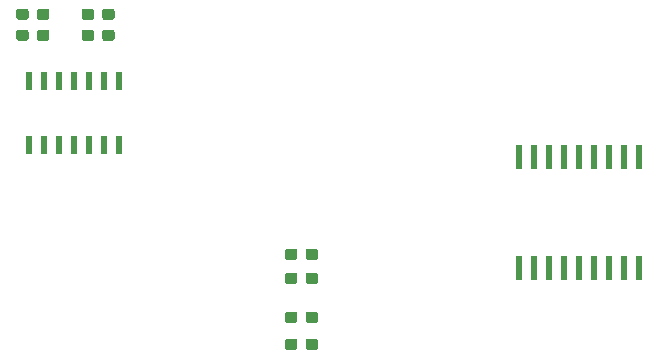
<source format=gbp>
G04 #@! TF.GenerationSoftware,KiCad,Pcbnew,(5.0.1)-3*
G04 #@! TF.CreationDate,2018-10-30T11:50:23-04:00*
G04 #@! TF.ProjectId,ufcs,756663732E6B696361645F7063620000,rev?*
G04 #@! TF.SameCoordinates,Original*
G04 #@! TF.FileFunction,Paste,Bot*
G04 #@! TF.FilePolarity,Positive*
%FSLAX46Y46*%
G04 Gerber Fmt 4.6, Leading zero omitted, Abs format (unit mm)*
G04 Created by KiCad (PCBNEW (5.0.1)-3) date 30-Oct-18 11:50:23*
%MOMM*%
%LPD*%
G01*
G04 APERTURE LIST*
%ADD10C,0.100000*%
%ADD11C,0.950000*%
%ADD12R,0.600000X1.500000*%
%ADD13R,0.600000X2.000000*%
G04 APERTURE END LIST*
D10*
G04 #@! TO.C,R3*
G36*
X109008779Y-103602644D02*
X109031834Y-103606063D01*
X109054443Y-103611727D01*
X109076387Y-103619579D01*
X109097457Y-103629544D01*
X109117448Y-103641526D01*
X109136168Y-103655410D01*
X109153438Y-103671062D01*
X109169090Y-103688332D01*
X109182974Y-103707052D01*
X109194956Y-103727043D01*
X109204921Y-103748113D01*
X109212773Y-103770057D01*
X109218437Y-103792666D01*
X109221856Y-103815721D01*
X109223000Y-103839000D01*
X109223000Y-104314000D01*
X109221856Y-104337279D01*
X109218437Y-104360334D01*
X109212773Y-104382943D01*
X109204921Y-104404887D01*
X109194956Y-104425957D01*
X109182974Y-104445948D01*
X109169090Y-104464668D01*
X109153438Y-104481938D01*
X109136168Y-104497590D01*
X109117448Y-104511474D01*
X109097457Y-104523456D01*
X109076387Y-104533421D01*
X109054443Y-104541273D01*
X109031834Y-104546937D01*
X109008779Y-104550356D01*
X108985500Y-104551500D01*
X108410500Y-104551500D01*
X108387221Y-104550356D01*
X108364166Y-104546937D01*
X108341557Y-104541273D01*
X108319613Y-104533421D01*
X108298543Y-104523456D01*
X108278552Y-104511474D01*
X108259832Y-104497590D01*
X108242562Y-104481938D01*
X108226910Y-104464668D01*
X108213026Y-104445948D01*
X108201044Y-104425957D01*
X108191079Y-104404887D01*
X108183227Y-104382943D01*
X108177563Y-104360334D01*
X108174144Y-104337279D01*
X108173000Y-104314000D01*
X108173000Y-103839000D01*
X108174144Y-103815721D01*
X108177563Y-103792666D01*
X108183227Y-103770057D01*
X108191079Y-103748113D01*
X108201044Y-103727043D01*
X108213026Y-103707052D01*
X108226910Y-103688332D01*
X108242562Y-103671062D01*
X108259832Y-103655410D01*
X108278552Y-103641526D01*
X108298543Y-103629544D01*
X108319613Y-103619579D01*
X108341557Y-103611727D01*
X108364166Y-103606063D01*
X108387221Y-103602644D01*
X108410500Y-103601500D01*
X108985500Y-103601500D01*
X109008779Y-103602644D01*
X109008779Y-103602644D01*
G37*
D11*
X108698000Y-104076500D03*
D10*
G36*
X107258779Y-103602644D02*
X107281834Y-103606063D01*
X107304443Y-103611727D01*
X107326387Y-103619579D01*
X107347457Y-103629544D01*
X107367448Y-103641526D01*
X107386168Y-103655410D01*
X107403438Y-103671062D01*
X107419090Y-103688332D01*
X107432974Y-103707052D01*
X107444956Y-103727043D01*
X107454921Y-103748113D01*
X107462773Y-103770057D01*
X107468437Y-103792666D01*
X107471856Y-103815721D01*
X107473000Y-103839000D01*
X107473000Y-104314000D01*
X107471856Y-104337279D01*
X107468437Y-104360334D01*
X107462773Y-104382943D01*
X107454921Y-104404887D01*
X107444956Y-104425957D01*
X107432974Y-104445948D01*
X107419090Y-104464668D01*
X107403438Y-104481938D01*
X107386168Y-104497590D01*
X107367448Y-104511474D01*
X107347457Y-104523456D01*
X107326387Y-104533421D01*
X107304443Y-104541273D01*
X107281834Y-104546937D01*
X107258779Y-104550356D01*
X107235500Y-104551500D01*
X106660500Y-104551500D01*
X106637221Y-104550356D01*
X106614166Y-104546937D01*
X106591557Y-104541273D01*
X106569613Y-104533421D01*
X106548543Y-104523456D01*
X106528552Y-104511474D01*
X106509832Y-104497590D01*
X106492562Y-104481938D01*
X106476910Y-104464668D01*
X106463026Y-104445948D01*
X106451044Y-104425957D01*
X106441079Y-104404887D01*
X106433227Y-104382943D01*
X106427563Y-104360334D01*
X106424144Y-104337279D01*
X106423000Y-104314000D01*
X106423000Y-103839000D01*
X106424144Y-103815721D01*
X106427563Y-103792666D01*
X106433227Y-103770057D01*
X106441079Y-103748113D01*
X106451044Y-103727043D01*
X106463026Y-103707052D01*
X106476910Y-103688332D01*
X106492562Y-103671062D01*
X106509832Y-103655410D01*
X106528552Y-103641526D01*
X106548543Y-103629544D01*
X106569613Y-103619579D01*
X106591557Y-103611727D01*
X106614166Y-103606063D01*
X106637221Y-103602644D01*
X106660500Y-103601500D01*
X107235500Y-103601500D01*
X107258779Y-103602644D01*
X107258779Y-103602644D01*
G37*
D11*
X106948000Y-104076500D03*
G04 #@! TD*
D10*
G04 #@! TO.C,R4*
G36*
X112783279Y-103602644D02*
X112806334Y-103606063D01*
X112828943Y-103611727D01*
X112850887Y-103619579D01*
X112871957Y-103629544D01*
X112891948Y-103641526D01*
X112910668Y-103655410D01*
X112927938Y-103671062D01*
X112943590Y-103688332D01*
X112957474Y-103707052D01*
X112969456Y-103727043D01*
X112979421Y-103748113D01*
X112987273Y-103770057D01*
X112992937Y-103792666D01*
X112996356Y-103815721D01*
X112997500Y-103839000D01*
X112997500Y-104314000D01*
X112996356Y-104337279D01*
X112992937Y-104360334D01*
X112987273Y-104382943D01*
X112979421Y-104404887D01*
X112969456Y-104425957D01*
X112957474Y-104445948D01*
X112943590Y-104464668D01*
X112927938Y-104481938D01*
X112910668Y-104497590D01*
X112891948Y-104511474D01*
X112871957Y-104523456D01*
X112850887Y-104533421D01*
X112828943Y-104541273D01*
X112806334Y-104546937D01*
X112783279Y-104550356D01*
X112760000Y-104551500D01*
X112185000Y-104551500D01*
X112161721Y-104550356D01*
X112138666Y-104546937D01*
X112116057Y-104541273D01*
X112094113Y-104533421D01*
X112073043Y-104523456D01*
X112053052Y-104511474D01*
X112034332Y-104497590D01*
X112017062Y-104481938D01*
X112001410Y-104464668D01*
X111987526Y-104445948D01*
X111975544Y-104425957D01*
X111965579Y-104404887D01*
X111957727Y-104382943D01*
X111952063Y-104360334D01*
X111948644Y-104337279D01*
X111947500Y-104314000D01*
X111947500Y-103839000D01*
X111948644Y-103815721D01*
X111952063Y-103792666D01*
X111957727Y-103770057D01*
X111965579Y-103748113D01*
X111975544Y-103727043D01*
X111987526Y-103707052D01*
X112001410Y-103688332D01*
X112017062Y-103671062D01*
X112034332Y-103655410D01*
X112053052Y-103641526D01*
X112073043Y-103629544D01*
X112094113Y-103619579D01*
X112116057Y-103611727D01*
X112138666Y-103606063D01*
X112161721Y-103602644D01*
X112185000Y-103601500D01*
X112760000Y-103601500D01*
X112783279Y-103602644D01*
X112783279Y-103602644D01*
G37*
D11*
X112472500Y-104076500D03*
D10*
G36*
X114533279Y-103602644D02*
X114556334Y-103606063D01*
X114578943Y-103611727D01*
X114600887Y-103619579D01*
X114621957Y-103629544D01*
X114641948Y-103641526D01*
X114660668Y-103655410D01*
X114677938Y-103671062D01*
X114693590Y-103688332D01*
X114707474Y-103707052D01*
X114719456Y-103727043D01*
X114729421Y-103748113D01*
X114737273Y-103770057D01*
X114742937Y-103792666D01*
X114746356Y-103815721D01*
X114747500Y-103839000D01*
X114747500Y-104314000D01*
X114746356Y-104337279D01*
X114742937Y-104360334D01*
X114737273Y-104382943D01*
X114729421Y-104404887D01*
X114719456Y-104425957D01*
X114707474Y-104445948D01*
X114693590Y-104464668D01*
X114677938Y-104481938D01*
X114660668Y-104497590D01*
X114641948Y-104511474D01*
X114621957Y-104523456D01*
X114600887Y-104533421D01*
X114578943Y-104541273D01*
X114556334Y-104546937D01*
X114533279Y-104550356D01*
X114510000Y-104551500D01*
X113935000Y-104551500D01*
X113911721Y-104550356D01*
X113888666Y-104546937D01*
X113866057Y-104541273D01*
X113844113Y-104533421D01*
X113823043Y-104523456D01*
X113803052Y-104511474D01*
X113784332Y-104497590D01*
X113767062Y-104481938D01*
X113751410Y-104464668D01*
X113737526Y-104445948D01*
X113725544Y-104425957D01*
X113715579Y-104404887D01*
X113707727Y-104382943D01*
X113702063Y-104360334D01*
X113698644Y-104337279D01*
X113697500Y-104314000D01*
X113697500Y-103839000D01*
X113698644Y-103815721D01*
X113702063Y-103792666D01*
X113707727Y-103770057D01*
X113715579Y-103748113D01*
X113725544Y-103727043D01*
X113737526Y-103707052D01*
X113751410Y-103688332D01*
X113767062Y-103671062D01*
X113784332Y-103655410D01*
X113803052Y-103641526D01*
X113823043Y-103629544D01*
X113844113Y-103619579D01*
X113866057Y-103611727D01*
X113888666Y-103606063D01*
X113911721Y-103602644D01*
X113935000Y-103601500D01*
X114510000Y-103601500D01*
X114533279Y-103602644D01*
X114533279Y-103602644D01*
G37*
D11*
X114222500Y-104076500D03*
G04 #@! TD*
D10*
G04 #@! TO.C,R5*
G36*
X109008779Y-105380644D02*
X109031834Y-105384063D01*
X109054443Y-105389727D01*
X109076387Y-105397579D01*
X109097457Y-105407544D01*
X109117448Y-105419526D01*
X109136168Y-105433410D01*
X109153438Y-105449062D01*
X109169090Y-105466332D01*
X109182974Y-105485052D01*
X109194956Y-105505043D01*
X109204921Y-105526113D01*
X109212773Y-105548057D01*
X109218437Y-105570666D01*
X109221856Y-105593721D01*
X109223000Y-105617000D01*
X109223000Y-106092000D01*
X109221856Y-106115279D01*
X109218437Y-106138334D01*
X109212773Y-106160943D01*
X109204921Y-106182887D01*
X109194956Y-106203957D01*
X109182974Y-106223948D01*
X109169090Y-106242668D01*
X109153438Y-106259938D01*
X109136168Y-106275590D01*
X109117448Y-106289474D01*
X109097457Y-106301456D01*
X109076387Y-106311421D01*
X109054443Y-106319273D01*
X109031834Y-106324937D01*
X109008779Y-106328356D01*
X108985500Y-106329500D01*
X108410500Y-106329500D01*
X108387221Y-106328356D01*
X108364166Y-106324937D01*
X108341557Y-106319273D01*
X108319613Y-106311421D01*
X108298543Y-106301456D01*
X108278552Y-106289474D01*
X108259832Y-106275590D01*
X108242562Y-106259938D01*
X108226910Y-106242668D01*
X108213026Y-106223948D01*
X108201044Y-106203957D01*
X108191079Y-106182887D01*
X108183227Y-106160943D01*
X108177563Y-106138334D01*
X108174144Y-106115279D01*
X108173000Y-106092000D01*
X108173000Y-105617000D01*
X108174144Y-105593721D01*
X108177563Y-105570666D01*
X108183227Y-105548057D01*
X108191079Y-105526113D01*
X108201044Y-105505043D01*
X108213026Y-105485052D01*
X108226910Y-105466332D01*
X108242562Y-105449062D01*
X108259832Y-105433410D01*
X108278552Y-105419526D01*
X108298543Y-105407544D01*
X108319613Y-105397579D01*
X108341557Y-105389727D01*
X108364166Y-105384063D01*
X108387221Y-105380644D01*
X108410500Y-105379500D01*
X108985500Y-105379500D01*
X109008779Y-105380644D01*
X109008779Y-105380644D01*
G37*
D11*
X108698000Y-105854500D03*
D10*
G36*
X107258779Y-105380644D02*
X107281834Y-105384063D01*
X107304443Y-105389727D01*
X107326387Y-105397579D01*
X107347457Y-105407544D01*
X107367448Y-105419526D01*
X107386168Y-105433410D01*
X107403438Y-105449062D01*
X107419090Y-105466332D01*
X107432974Y-105485052D01*
X107444956Y-105505043D01*
X107454921Y-105526113D01*
X107462773Y-105548057D01*
X107468437Y-105570666D01*
X107471856Y-105593721D01*
X107473000Y-105617000D01*
X107473000Y-106092000D01*
X107471856Y-106115279D01*
X107468437Y-106138334D01*
X107462773Y-106160943D01*
X107454921Y-106182887D01*
X107444956Y-106203957D01*
X107432974Y-106223948D01*
X107419090Y-106242668D01*
X107403438Y-106259938D01*
X107386168Y-106275590D01*
X107367448Y-106289474D01*
X107347457Y-106301456D01*
X107326387Y-106311421D01*
X107304443Y-106319273D01*
X107281834Y-106324937D01*
X107258779Y-106328356D01*
X107235500Y-106329500D01*
X106660500Y-106329500D01*
X106637221Y-106328356D01*
X106614166Y-106324937D01*
X106591557Y-106319273D01*
X106569613Y-106311421D01*
X106548543Y-106301456D01*
X106528552Y-106289474D01*
X106509832Y-106275590D01*
X106492562Y-106259938D01*
X106476910Y-106242668D01*
X106463026Y-106223948D01*
X106451044Y-106203957D01*
X106441079Y-106182887D01*
X106433227Y-106160943D01*
X106427563Y-106138334D01*
X106424144Y-106115279D01*
X106423000Y-106092000D01*
X106423000Y-105617000D01*
X106424144Y-105593721D01*
X106427563Y-105570666D01*
X106433227Y-105548057D01*
X106441079Y-105526113D01*
X106451044Y-105505043D01*
X106463026Y-105485052D01*
X106476910Y-105466332D01*
X106492562Y-105449062D01*
X106509832Y-105433410D01*
X106528552Y-105419526D01*
X106548543Y-105407544D01*
X106569613Y-105397579D01*
X106591557Y-105389727D01*
X106614166Y-105384063D01*
X106637221Y-105380644D01*
X106660500Y-105379500D01*
X107235500Y-105379500D01*
X107258779Y-105380644D01*
X107258779Y-105380644D01*
G37*
D11*
X106948000Y-105854500D03*
G04 #@! TD*
D10*
G04 #@! TO.C,R6*
G36*
X114533279Y-105380644D02*
X114556334Y-105384063D01*
X114578943Y-105389727D01*
X114600887Y-105397579D01*
X114621957Y-105407544D01*
X114641948Y-105419526D01*
X114660668Y-105433410D01*
X114677938Y-105449062D01*
X114693590Y-105466332D01*
X114707474Y-105485052D01*
X114719456Y-105505043D01*
X114729421Y-105526113D01*
X114737273Y-105548057D01*
X114742937Y-105570666D01*
X114746356Y-105593721D01*
X114747500Y-105617000D01*
X114747500Y-106092000D01*
X114746356Y-106115279D01*
X114742937Y-106138334D01*
X114737273Y-106160943D01*
X114729421Y-106182887D01*
X114719456Y-106203957D01*
X114707474Y-106223948D01*
X114693590Y-106242668D01*
X114677938Y-106259938D01*
X114660668Y-106275590D01*
X114641948Y-106289474D01*
X114621957Y-106301456D01*
X114600887Y-106311421D01*
X114578943Y-106319273D01*
X114556334Y-106324937D01*
X114533279Y-106328356D01*
X114510000Y-106329500D01*
X113935000Y-106329500D01*
X113911721Y-106328356D01*
X113888666Y-106324937D01*
X113866057Y-106319273D01*
X113844113Y-106311421D01*
X113823043Y-106301456D01*
X113803052Y-106289474D01*
X113784332Y-106275590D01*
X113767062Y-106259938D01*
X113751410Y-106242668D01*
X113737526Y-106223948D01*
X113725544Y-106203957D01*
X113715579Y-106182887D01*
X113707727Y-106160943D01*
X113702063Y-106138334D01*
X113698644Y-106115279D01*
X113697500Y-106092000D01*
X113697500Y-105617000D01*
X113698644Y-105593721D01*
X113702063Y-105570666D01*
X113707727Y-105548057D01*
X113715579Y-105526113D01*
X113725544Y-105505043D01*
X113737526Y-105485052D01*
X113751410Y-105466332D01*
X113767062Y-105449062D01*
X113784332Y-105433410D01*
X113803052Y-105419526D01*
X113823043Y-105407544D01*
X113844113Y-105397579D01*
X113866057Y-105389727D01*
X113888666Y-105384063D01*
X113911721Y-105380644D01*
X113935000Y-105379500D01*
X114510000Y-105379500D01*
X114533279Y-105380644D01*
X114533279Y-105380644D01*
G37*
D11*
X114222500Y-105854500D03*
D10*
G36*
X112783279Y-105380644D02*
X112806334Y-105384063D01*
X112828943Y-105389727D01*
X112850887Y-105397579D01*
X112871957Y-105407544D01*
X112891948Y-105419526D01*
X112910668Y-105433410D01*
X112927938Y-105449062D01*
X112943590Y-105466332D01*
X112957474Y-105485052D01*
X112969456Y-105505043D01*
X112979421Y-105526113D01*
X112987273Y-105548057D01*
X112992937Y-105570666D01*
X112996356Y-105593721D01*
X112997500Y-105617000D01*
X112997500Y-106092000D01*
X112996356Y-106115279D01*
X112992937Y-106138334D01*
X112987273Y-106160943D01*
X112979421Y-106182887D01*
X112969456Y-106203957D01*
X112957474Y-106223948D01*
X112943590Y-106242668D01*
X112927938Y-106259938D01*
X112910668Y-106275590D01*
X112891948Y-106289474D01*
X112871957Y-106301456D01*
X112850887Y-106311421D01*
X112828943Y-106319273D01*
X112806334Y-106324937D01*
X112783279Y-106328356D01*
X112760000Y-106329500D01*
X112185000Y-106329500D01*
X112161721Y-106328356D01*
X112138666Y-106324937D01*
X112116057Y-106319273D01*
X112094113Y-106311421D01*
X112073043Y-106301456D01*
X112053052Y-106289474D01*
X112034332Y-106275590D01*
X112017062Y-106259938D01*
X112001410Y-106242668D01*
X111987526Y-106223948D01*
X111975544Y-106203957D01*
X111965579Y-106182887D01*
X111957727Y-106160943D01*
X111952063Y-106138334D01*
X111948644Y-106115279D01*
X111947500Y-106092000D01*
X111947500Y-105617000D01*
X111948644Y-105593721D01*
X111952063Y-105570666D01*
X111957727Y-105548057D01*
X111965579Y-105526113D01*
X111975544Y-105505043D01*
X111987526Y-105485052D01*
X112001410Y-105466332D01*
X112017062Y-105449062D01*
X112034332Y-105433410D01*
X112053052Y-105419526D01*
X112073043Y-105407544D01*
X112094113Y-105397579D01*
X112116057Y-105389727D01*
X112138666Y-105384063D01*
X112161721Y-105380644D01*
X112185000Y-105379500D01*
X112760000Y-105379500D01*
X112783279Y-105380644D01*
X112783279Y-105380644D01*
G37*
D11*
X112472500Y-105854500D03*
G04 #@! TD*
D10*
G04 #@! TO.C,R7*
G36*
X131755779Y-129256644D02*
X131778834Y-129260063D01*
X131801443Y-129265727D01*
X131823387Y-129273579D01*
X131844457Y-129283544D01*
X131864448Y-129295526D01*
X131883168Y-129309410D01*
X131900438Y-129325062D01*
X131916090Y-129342332D01*
X131929974Y-129361052D01*
X131941956Y-129381043D01*
X131951921Y-129402113D01*
X131959773Y-129424057D01*
X131965437Y-129446666D01*
X131968856Y-129469721D01*
X131970000Y-129493000D01*
X131970000Y-129968000D01*
X131968856Y-129991279D01*
X131965437Y-130014334D01*
X131959773Y-130036943D01*
X131951921Y-130058887D01*
X131941956Y-130079957D01*
X131929974Y-130099948D01*
X131916090Y-130118668D01*
X131900438Y-130135938D01*
X131883168Y-130151590D01*
X131864448Y-130165474D01*
X131844457Y-130177456D01*
X131823387Y-130187421D01*
X131801443Y-130195273D01*
X131778834Y-130200937D01*
X131755779Y-130204356D01*
X131732500Y-130205500D01*
X131157500Y-130205500D01*
X131134221Y-130204356D01*
X131111166Y-130200937D01*
X131088557Y-130195273D01*
X131066613Y-130187421D01*
X131045543Y-130177456D01*
X131025552Y-130165474D01*
X131006832Y-130151590D01*
X130989562Y-130135938D01*
X130973910Y-130118668D01*
X130960026Y-130099948D01*
X130948044Y-130079957D01*
X130938079Y-130058887D01*
X130930227Y-130036943D01*
X130924563Y-130014334D01*
X130921144Y-129991279D01*
X130920000Y-129968000D01*
X130920000Y-129493000D01*
X130921144Y-129469721D01*
X130924563Y-129446666D01*
X130930227Y-129424057D01*
X130938079Y-129402113D01*
X130948044Y-129381043D01*
X130960026Y-129361052D01*
X130973910Y-129342332D01*
X130989562Y-129325062D01*
X131006832Y-129309410D01*
X131025552Y-129295526D01*
X131045543Y-129283544D01*
X131066613Y-129273579D01*
X131088557Y-129265727D01*
X131111166Y-129260063D01*
X131134221Y-129256644D01*
X131157500Y-129255500D01*
X131732500Y-129255500D01*
X131755779Y-129256644D01*
X131755779Y-129256644D01*
G37*
D11*
X131445000Y-129730500D03*
D10*
G36*
X130005779Y-129256644D02*
X130028834Y-129260063D01*
X130051443Y-129265727D01*
X130073387Y-129273579D01*
X130094457Y-129283544D01*
X130114448Y-129295526D01*
X130133168Y-129309410D01*
X130150438Y-129325062D01*
X130166090Y-129342332D01*
X130179974Y-129361052D01*
X130191956Y-129381043D01*
X130201921Y-129402113D01*
X130209773Y-129424057D01*
X130215437Y-129446666D01*
X130218856Y-129469721D01*
X130220000Y-129493000D01*
X130220000Y-129968000D01*
X130218856Y-129991279D01*
X130215437Y-130014334D01*
X130209773Y-130036943D01*
X130201921Y-130058887D01*
X130191956Y-130079957D01*
X130179974Y-130099948D01*
X130166090Y-130118668D01*
X130150438Y-130135938D01*
X130133168Y-130151590D01*
X130114448Y-130165474D01*
X130094457Y-130177456D01*
X130073387Y-130187421D01*
X130051443Y-130195273D01*
X130028834Y-130200937D01*
X130005779Y-130204356D01*
X129982500Y-130205500D01*
X129407500Y-130205500D01*
X129384221Y-130204356D01*
X129361166Y-130200937D01*
X129338557Y-130195273D01*
X129316613Y-130187421D01*
X129295543Y-130177456D01*
X129275552Y-130165474D01*
X129256832Y-130151590D01*
X129239562Y-130135938D01*
X129223910Y-130118668D01*
X129210026Y-130099948D01*
X129198044Y-130079957D01*
X129188079Y-130058887D01*
X129180227Y-130036943D01*
X129174563Y-130014334D01*
X129171144Y-129991279D01*
X129170000Y-129968000D01*
X129170000Y-129493000D01*
X129171144Y-129469721D01*
X129174563Y-129446666D01*
X129180227Y-129424057D01*
X129188079Y-129402113D01*
X129198044Y-129381043D01*
X129210026Y-129361052D01*
X129223910Y-129342332D01*
X129239562Y-129325062D01*
X129256832Y-129309410D01*
X129275552Y-129295526D01*
X129295543Y-129283544D01*
X129316613Y-129273579D01*
X129338557Y-129265727D01*
X129361166Y-129260063D01*
X129384221Y-129256644D01*
X129407500Y-129255500D01*
X129982500Y-129255500D01*
X130005779Y-129256644D01*
X130005779Y-129256644D01*
G37*
D11*
X129695000Y-129730500D03*
G04 #@! TD*
D10*
G04 #@! TO.C,R8*
G36*
X131755779Y-131542644D02*
X131778834Y-131546063D01*
X131801443Y-131551727D01*
X131823387Y-131559579D01*
X131844457Y-131569544D01*
X131864448Y-131581526D01*
X131883168Y-131595410D01*
X131900438Y-131611062D01*
X131916090Y-131628332D01*
X131929974Y-131647052D01*
X131941956Y-131667043D01*
X131951921Y-131688113D01*
X131959773Y-131710057D01*
X131965437Y-131732666D01*
X131968856Y-131755721D01*
X131970000Y-131779000D01*
X131970000Y-132254000D01*
X131968856Y-132277279D01*
X131965437Y-132300334D01*
X131959773Y-132322943D01*
X131951921Y-132344887D01*
X131941956Y-132365957D01*
X131929974Y-132385948D01*
X131916090Y-132404668D01*
X131900438Y-132421938D01*
X131883168Y-132437590D01*
X131864448Y-132451474D01*
X131844457Y-132463456D01*
X131823387Y-132473421D01*
X131801443Y-132481273D01*
X131778834Y-132486937D01*
X131755779Y-132490356D01*
X131732500Y-132491500D01*
X131157500Y-132491500D01*
X131134221Y-132490356D01*
X131111166Y-132486937D01*
X131088557Y-132481273D01*
X131066613Y-132473421D01*
X131045543Y-132463456D01*
X131025552Y-132451474D01*
X131006832Y-132437590D01*
X130989562Y-132421938D01*
X130973910Y-132404668D01*
X130960026Y-132385948D01*
X130948044Y-132365957D01*
X130938079Y-132344887D01*
X130930227Y-132322943D01*
X130924563Y-132300334D01*
X130921144Y-132277279D01*
X130920000Y-132254000D01*
X130920000Y-131779000D01*
X130921144Y-131755721D01*
X130924563Y-131732666D01*
X130930227Y-131710057D01*
X130938079Y-131688113D01*
X130948044Y-131667043D01*
X130960026Y-131647052D01*
X130973910Y-131628332D01*
X130989562Y-131611062D01*
X131006832Y-131595410D01*
X131025552Y-131581526D01*
X131045543Y-131569544D01*
X131066613Y-131559579D01*
X131088557Y-131551727D01*
X131111166Y-131546063D01*
X131134221Y-131542644D01*
X131157500Y-131541500D01*
X131732500Y-131541500D01*
X131755779Y-131542644D01*
X131755779Y-131542644D01*
G37*
D11*
X131445000Y-132016500D03*
D10*
G36*
X130005779Y-131542644D02*
X130028834Y-131546063D01*
X130051443Y-131551727D01*
X130073387Y-131559579D01*
X130094457Y-131569544D01*
X130114448Y-131581526D01*
X130133168Y-131595410D01*
X130150438Y-131611062D01*
X130166090Y-131628332D01*
X130179974Y-131647052D01*
X130191956Y-131667043D01*
X130201921Y-131688113D01*
X130209773Y-131710057D01*
X130215437Y-131732666D01*
X130218856Y-131755721D01*
X130220000Y-131779000D01*
X130220000Y-132254000D01*
X130218856Y-132277279D01*
X130215437Y-132300334D01*
X130209773Y-132322943D01*
X130201921Y-132344887D01*
X130191956Y-132365957D01*
X130179974Y-132385948D01*
X130166090Y-132404668D01*
X130150438Y-132421938D01*
X130133168Y-132437590D01*
X130114448Y-132451474D01*
X130094457Y-132463456D01*
X130073387Y-132473421D01*
X130051443Y-132481273D01*
X130028834Y-132486937D01*
X130005779Y-132490356D01*
X129982500Y-132491500D01*
X129407500Y-132491500D01*
X129384221Y-132490356D01*
X129361166Y-132486937D01*
X129338557Y-132481273D01*
X129316613Y-132473421D01*
X129295543Y-132463456D01*
X129275552Y-132451474D01*
X129256832Y-132437590D01*
X129239562Y-132421938D01*
X129223910Y-132404668D01*
X129210026Y-132385948D01*
X129198044Y-132365957D01*
X129188079Y-132344887D01*
X129180227Y-132322943D01*
X129174563Y-132300334D01*
X129171144Y-132277279D01*
X129170000Y-132254000D01*
X129170000Y-131779000D01*
X129171144Y-131755721D01*
X129174563Y-131732666D01*
X129180227Y-131710057D01*
X129188079Y-131688113D01*
X129198044Y-131667043D01*
X129210026Y-131647052D01*
X129223910Y-131628332D01*
X129239562Y-131611062D01*
X129256832Y-131595410D01*
X129275552Y-131581526D01*
X129295543Y-131569544D01*
X129316613Y-131559579D01*
X129338557Y-131551727D01*
X129361166Y-131546063D01*
X129384221Y-131542644D01*
X129407500Y-131541500D01*
X129982500Y-131541500D01*
X130005779Y-131542644D01*
X130005779Y-131542644D01*
G37*
D11*
X129695000Y-132016500D03*
G04 #@! TD*
D10*
G04 #@! TO.C,R9*
G36*
X130005779Y-123922644D02*
X130028834Y-123926063D01*
X130051443Y-123931727D01*
X130073387Y-123939579D01*
X130094457Y-123949544D01*
X130114448Y-123961526D01*
X130133168Y-123975410D01*
X130150438Y-123991062D01*
X130166090Y-124008332D01*
X130179974Y-124027052D01*
X130191956Y-124047043D01*
X130201921Y-124068113D01*
X130209773Y-124090057D01*
X130215437Y-124112666D01*
X130218856Y-124135721D01*
X130220000Y-124159000D01*
X130220000Y-124634000D01*
X130218856Y-124657279D01*
X130215437Y-124680334D01*
X130209773Y-124702943D01*
X130201921Y-124724887D01*
X130191956Y-124745957D01*
X130179974Y-124765948D01*
X130166090Y-124784668D01*
X130150438Y-124801938D01*
X130133168Y-124817590D01*
X130114448Y-124831474D01*
X130094457Y-124843456D01*
X130073387Y-124853421D01*
X130051443Y-124861273D01*
X130028834Y-124866937D01*
X130005779Y-124870356D01*
X129982500Y-124871500D01*
X129407500Y-124871500D01*
X129384221Y-124870356D01*
X129361166Y-124866937D01*
X129338557Y-124861273D01*
X129316613Y-124853421D01*
X129295543Y-124843456D01*
X129275552Y-124831474D01*
X129256832Y-124817590D01*
X129239562Y-124801938D01*
X129223910Y-124784668D01*
X129210026Y-124765948D01*
X129198044Y-124745957D01*
X129188079Y-124724887D01*
X129180227Y-124702943D01*
X129174563Y-124680334D01*
X129171144Y-124657279D01*
X129170000Y-124634000D01*
X129170000Y-124159000D01*
X129171144Y-124135721D01*
X129174563Y-124112666D01*
X129180227Y-124090057D01*
X129188079Y-124068113D01*
X129198044Y-124047043D01*
X129210026Y-124027052D01*
X129223910Y-124008332D01*
X129239562Y-123991062D01*
X129256832Y-123975410D01*
X129275552Y-123961526D01*
X129295543Y-123949544D01*
X129316613Y-123939579D01*
X129338557Y-123931727D01*
X129361166Y-123926063D01*
X129384221Y-123922644D01*
X129407500Y-123921500D01*
X129982500Y-123921500D01*
X130005779Y-123922644D01*
X130005779Y-123922644D01*
G37*
D11*
X129695000Y-124396500D03*
D10*
G36*
X131755779Y-123922644D02*
X131778834Y-123926063D01*
X131801443Y-123931727D01*
X131823387Y-123939579D01*
X131844457Y-123949544D01*
X131864448Y-123961526D01*
X131883168Y-123975410D01*
X131900438Y-123991062D01*
X131916090Y-124008332D01*
X131929974Y-124027052D01*
X131941956Y-124047043D01*
X131951921Y-124068113D01*
X131959773Y-124090057D01*
X131965437Y-124112666D01*
X131968856Y-124135721D01*
X131970000Y-124159000D01*
X131970000Y-124634000D01*
X131968856Y-124657279D01*
X131965437Y-124680334D01*
X131959773Y-124702943D01*
X131951921Y-124724887D01*
X131941956Y-124745957D01*
X131929974Y-124765948D01*
X131916090Y-124784668D01*
X131900438Y-124801938D01*
X131883168Y-124817590D01*
X131864448Y-124831474D01*
X131844457Y-124843456D01*
X131823387Y-124853421D01*
X131801443Y-124861273D01*
X131778834Y-124866937D01*
X131755779Y-124870356D01*
X131732500Y-124871500D01*
X131157500Y-124871500D01*
X131134221Y-124870356D01*
X131111166Y-124866937D01*
X131088557Y-124861273D01*
X131066613Y-124853421D01*
X131045543Y-124843456D01*
X131025552Y-124831474D01*
X131006832Y-124817590D01*
X130989562Y-124801938D01*
X130973910Y-124784668D01*
X130960026Y-124765948D01*
X130948044Y-124745957D01*
X130938079Y-124724887D01*
X130930227Y-124702943D01*
X130924563Y-124680334D01*
X130921144Y-124657279D01*
X130920000Y-124634000D01*
X130920000Y-124159000D01*
X130921144Y-124135721D01*
X130924563Y-124112666D01*
X130930227Y-124090057D01*
X130938079Y-124068113D01*
X130948044Y-124047043D01*
X130960026Y-124027052D01*
X130973910Y-124008332D01*
X130989562Y-123991062D01*
X131006832Y-123975410D01*
X131025552Y-123961526D01*
X131045543Y-123949544D01*
X131066613Y-123939579D01*
X131088557Y-123931727D01*
X131111166Y-123926063D01*
X131134221Y-123922644D01*
X131157500Y-123921500D01*
X131732500Y-123921500D01*
X131755779Y-123922644D01*
X131755779Y-123922644D01*
G37*
D11*
X131445000Y-124396500D03*
G04 #@! TD*
D10*
G04 #@! TO.C,R10*
G36*
X131755779Y-125954644D02*
X131778834Y-125958063D01*
X131801443Y-125963727D01*
X131823387Y-125971579D01*
X131844457Y-125981544D01*
X131864448Y-125993526D01*
X131883168Y-126007410D01*
X131900438Y-126023062D01*
X131916090Y-126040332D01*
X131929974Y-126059052D01*
X131941956Y-126079043D01*
X131951921Y-126100113D01*
X131959773Y-126122057D01*
X131965437Y-126144666D01*
X131968856Y-126167721D01*
X131970000Y-126191000D01*
X131970000Y-126666000D01*
X131968856Y-126689279D01*
X131965437Y-126712334D01*
X131959773Y-126734943D01*
X131951921Y-126756887D01*
X131941956Y-126777957D01*
X131929974Y-126797948D01*
X131916090Y-126816668D01*
X131900438Y-126833938D01*
X131883168Y-126849590D01*
X131864448Y-126863474D01*
X131844457Y-126875456D01*
X131823387Y-126885421D01*
X131801443Y-126893273D01*
X131778834Y-126898937D01*
X131755779Y-126902356D01*
X131732500Y-126903500D01*
X131157500Y-126903500D01*
X131134221Y-126902356D01*
X131111166Y-126898937D01*
X131088557Y-126893273D01*
X131066613Y-126885421D01*
X131045543Y-126875456D01*
X131025552Y-126863474D01*
X131006832Y-126849590D01*
X130989562Y-126833938D01*
X130973910Y-126816668D01*
X130960026Y-126797948D01*
X130948044Y-126777957D01*
X130938079Y-126756887D01*
X130930227Y-126734943D01*
X130924563Y-126712334D01*
X130921144Y-126689279D01*
X130920000Y-126666000D01*
X130920000Y-126191000D01*
X130921144Y-126167721D01*
X130924563Y-126144666D01*
X130930227Y-126122057D01*
X130938079Y-126100113D01*
X130948044Y-126079043D01*
X130960026Y-126059052D01*
X130973910Y-126040332D01*
X130989562Y-126023062D01*
X131006832Y-126007410D01*
X131025552Y-125993526D01*
X131045543Y-125981544D01*
X131066613Y-125971579D01*
X131088557Y-125963727D01*
X131111166Y-125958063D01*
X131134221Y-125954644D01*
X131157500Y-125953500D01*
X131732500Y-125953500D01*
X131755779Y-125954644D01*
X131755779Y-125954644D01*
G37*
D11*
X131445000Y-126428500D03*
D10*
G36*
X130005779Y-125954644D02*
X130028834Y-125958063D01*
X130051443Y-125963727D01*
X130073387Y-125971579D01*
X130094457Y-125981544D01*
X130114448Y-125993526D01*
X130133168Y-126007410D01*
X130150438Y-126023062D01*
X130166090Y-126040332D01*
X130179974Y-126059052D01*
X130191956Y-126079043D01*
X130201921Y-126100113D01*
X130209773Y-126122057D01*
X130215437Y-126144666D01*
X130218856Y-126167721D01*
X130220000Y-126191000D01*
X130220000Y-126666000D01*
X130218856Y-126689279D01*
X130215437Y-126712334D01*
X130209773Y-126734943D01*
X130201921Y-126756887D01*
X130191956Y-126777957D01*
X130179974Y-126797948D01*
X130166090Y-126816668D01*
X130150438Y-126833938D01*
X130133168Y-126849590D01*
X130114448Y-126863474D01*
X130094457Y-126875456D01*
X130073387Y-126885421D01*
X130051443Y-126893273D01*
X130028834Y-126898937D01*
X130005779Y-126902356D01*
X129982500Y-126903500D01*
X129407500Y-126903500D01*
X129384221Y-126902356D01*
X129361166Y-126898937D01*
X129338557Y-126893273D01*
X129316613Y-126885421D01*
X129295543Y-126875456D01*
X129275552Y-126863474D01*
X129256832Y-126849590D01*
X129239562Y-126833938D01*
X129223910Y-126816668D01*
X129210026Y-126797948D01*
X129198044Y-126777957D01*
X129188079Y-126756887D01*
X129180227Y-126734943D01*
X129174563Y-126712334D01*
X129171144Y-126689279D01*
X129170000Y-126666000D01*
X129170000Y-126191000D01*
X129171144Y-126167721D01*
X129174563Y-126144666D01*
X129180227Y-126122057D01*
X129188079Y-126100113D01*
X129198044Y-126079043D01*
X129210026Y-126059052D01*
X129223910Y-126040332D01*
X129239562Y-126023062D01*
X129256832Y-126007410D01*
X129275552Y-125993526D01*
X129295543Y-125981544D01*
X129316613Y-125971579D01*
X129338557Y-125963727D01*
X129361166Y-125958063D01*
X129384221Y-125954644D01*
X129407500Y-125953500D01*
X129982500Y-125953500D01*
X130005779Y-125954644D01*
X130005779Y-125954644D01*
G37*
D11*
X129695000Y-126428500D03*
G04 #@! TD*
D12*
G04 #@! TO.C,U8*
X107505500Y-109758500D03*
X108775500Y-109758500D03*
X110045500Y-109758500D03*
X111315500Y-109758500D03*
X112585500Y-109758500D03*
X113855500Y-109758500D03*
X115125500Y-109758500D03*
X115125500Y-115158500D03*
X113855500Y-115158500D03*
X112585500Y-115158500D03*
X111315500Y-115158500D03*
X110045500Y-115158500D03*
X108775500Y-115158500D03*
X107505500Y-115158500D03*
G04 #@! TD*
D13*
G04 #@! TO.C,U1*
X148971000Y-125540500D03*
X150241000Y-125540500D03*
X151511000Y-125540500D03*
X152781000Y-125540500D03*
X154051000Y-125540500D03*
X155321000Y-125540500D03*
X156591000Y-125540500D03*
X157861000Y-125540500D03*
X159131000Y-125540500D03*
X159131000Y-116140500D03*
X157861000Y-116140500D03*
X156591000Y-116140500D03*
X155321000Y-116140500D03*
X154051000Y-116140500D03*
X152781000Y-116140500D03*
X151511000Y-116140500D03*
X150241000Y-116140500D03*
X148971000Y-116140500D03*
G04 #@! TD*
M02*

</source>
